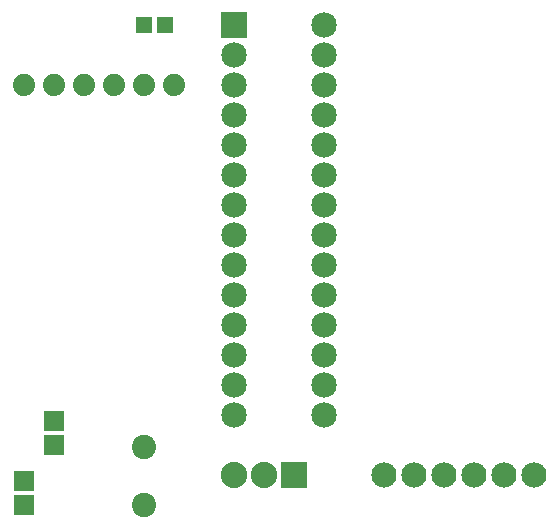
<source format=gts>
G04 MADE WITH FRITZING*
G04 WWW.FRITZING.ORG*
G04 DOUBLE SIDED*
G04 HOLES PLATED*
G04 CONTOUR ON CENTER OF CONTOUR VECTOR*
%ASAXBY*%
%FSLAX23Y23*%
%MOIN*%
%OFA0B0*%
%SFA1.0B1.0*%
%ADD10C,0.074000*%
%ADD11C,0.080925*%
%ADD12C,0.080866*%
%ADD13C,0.088000*%
%ADD14C,0.084000*%
%ADD15C,0.085000*%
%ADD16R,0.088000X0.088000*%
%ADD17R,0.057244X0.053307*%
%ADD18R,0.085000X0.085000*%
%ADD19R,0.069055X0.065118*%
%LNMASK1*%
G90*
G70*
G54D10*
X129Y1552D03*
X229Y1552D03*
X329Y1552D03*
X429Y1552D03*
X529Y1552D03*
X629Y1552D03*
G54D11*
X529Y152D03*
G54D12*
X529Y345D03*
G54D13*
X1029Y252D03*
X929Y252D03*
X829Y252D03*
G54D14*
X1829Y252D03*
X1729Y252D03*
X1629Y252D03*
X1529Y252D03*
X1429Y252D03*
X1329Y252D03*
G54D15*
X829Y1752D03*
X1129Y1752D03*
X829Y1652D03*
X1129Y1652D03*
X829Y1552D03*
X1129Y1552D03*
X829Y1452D03*
X1129Y1452D03*
X829Y1352D03*
X1129Y1352D03*
X829Y1252D03*
X1129Y1252D03*
X829Y1152D03*
X1129Y1152D03*
X829Y1052D03*
X1129Y1052D03*
X829Y952D03*
X1129Y952D03*
X829Y852D03*
X1129Y852D03*
X829Y752D03*
X1129Y752D03*
X829Y652D03*
X1129Y652D03*
X829Y552D03*
X1129Y552D03*
X829Y452D03*
X1129Y452D03*
G54D16*
X1029Y252D03*
G54D17*
X596Y1752D03*
X529Y1752D03*
G54D18*
X829Y1752D03*
G54D19*
X229Y433D03*
X229Y352D03*
X129Y233D03*
X129Y152D03*
G04 End of Mask1*
M02*
</source>
